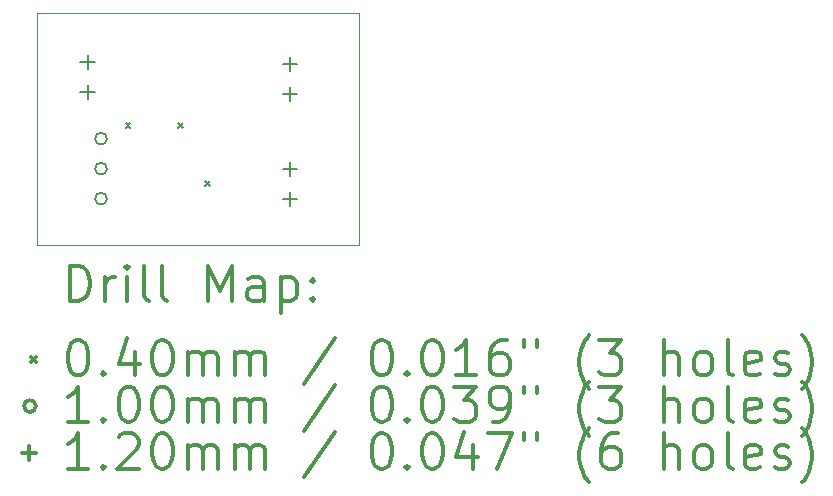
<source format=gbr>
%FSLAX45Y45*%
G04 Gerber Fmt 4.5, Leading zero omitted, Abs format (unit mm)*
G04 Created by KiCad (PCBNEW (5.1.0)-1) date 2019-06-17 22:32:15*
%MOMM*%
%LPD*%
G04 APERTURE LIST*
%ADD10C,0.120000*%
%ADD11C,0.200000*%
%ADD12C,0.300000*%
G04 APERTURE END LIST*
D10*
X2578100Y-5829300D02*
X2578100Y-3860800D01*
X5308600Y-5829300D02*
X2578100Y-5829300D01*
X5308600Y-3860800D02*
X5308600Y-5829300D01*
X2578100Y-3860800D02*
X5308600Y-3860800D01*
D11*
X3332800Y-4793300D02*
X3372800Y-4833300D01*
X3372800Y-4793300D02*
X3332800Y-4833300D01*
X3777300Y-4793300D02*
X3817300Y-4833300D01*
X3817300Y-4793300D02*
X3777300Y-4833300D01*
X4005900Y-5288600D02*
X4045900Y-5328600D01*
X4045900Y-5288600D02*
X4005900Y-5328600D01*
X3174200Y-4927600D02*
G75*
G03X3174200Y-4927600I-50000J0D01*
G01*
X3174200Y-5181600D02*
G75*
G03X3174200Y-5181600I-50000J0D01*
G01*
X3174200Y-5435600D02*
G75*
G03X3174200Y-5435600I-50000J0D01*
G01*
X3009900Y-4219900D02*
X3009900Y-4339900D01*
X2949900Y-4279900D02*
X3069900Y-4279900D01*
X3009900Y-4473900D02*
X3009900Y-4593900D01*
X2949900Y-4533900D02*
X3069900Y-4533900D01*
X4724400Y-5121600D02*
X4724400Y-5241600D01*
X4664400Y-5181600D02*
X4784400Y-5181600D01*
X4724400Y-5375600D02*
X4724400Y-5495600D01*
X4664400Y-5435600D02*
X4784400Y-5435600D01*
X4724400Y-4232600D02*
X4724400Y-4352600D01*
X4664400Y-4292600D02*
X4784400Y-4292600D01*
X4724400Y-4486600D02*
X4724400Y-4606600D01*
X4664400Y-4546600D02*
X4784400Y-4546600D01*
D12*
X2858528Y-6301014D02*
X2858528Y-6001014D01*
X2929957Y-6001014D01*
X2972814Y-6015300D01*
X3001386Y-6043871D01*
X3015671Y-6072443D01*
X3029957Y-6129586D01*
X3029957Y-6172443D01*
X3015671Y-6229586D01*
X3001386Y-6258157D01*
X2972814Y-6286729D01*
X2929957Y-6301014D01*
X2858528Y-6301014D01*
X3158528Y-6301014D02*
X3158528Y-6101014D01*
X3158528Y-6158157D02*
X3172814Y-6129586D01*
X3187100Y-6115300D01*
X3215671Y-6101014D01*
X3244243Y-6101014D01*
X3344243Y-6301014D02*
X3344243Y-6101014D01*
X3344243Y-6001014D02*
X3329957Y-6015300D01*
X3344243Y-6029586D01*
X3358528Y-6015300D01*
X3344243Y-6001014D01*
X3344243Y-6029586D01*
X3529957Y-6301014D02*
X3501386Y-6286729D01*
X3487100Y-6258157D01*
X3487100Y-6001014D01*
X3687100Y-6301014D02*
X3658528Y-6286729D01*
X3644243Y-6258157D01*
X3644243Y-6001014D01*
X4029957Y-6301014D02*
X4029957Y-6001014D01*
X4129957Y-6215300D01*
X4229957Y-6001014D01*
X4229957Y-6301014D01*
X4501386Y-6301014D02*
X4501386Y-6143871D01*
X4487100Y-6115300D01*
X4458528Y-6101014D01*
X4401386Y-6101014D01*
X4372814Y-6115300D01*
X4501386Y-6286729D02*
X4472814Y-6301014D01*
X4401386Y-6301014D01*
X4372814Y-6286729D01*
X4358528Y-6258157D01*
X4358528Y-6229586D01*
X4372814Y-6201014D01*
X4401386Y-6186729D01*
X4472814Y-6186729D01*
X4501386Y-6172443D01*
X4644243Y-6101014D02*
X4644243Y-6401014D01*
X4644243Y-6115300D02*
X4672814Y-6101014D01*
X4729957Y-6101014D01*
X4758528Y-6115300D01*
X4772814Y-6129586D01*
X4787100Y-6158157D01*
X4787100Y-6243871D01*
X4772814Y-6272443D01*
X4758528Y-6286729D01*
X4729957Y-6301014D01*
X4672814Y-6301014D01*
X4644243Y-6286729D01*
X4915671Y-6272443D02*
X4929957Y-6286729D01*
X4915671Y-6301014D01*
X4901386Y-6286729D01*
X4915671Y-6272443D01*
X4915671Y-6301014D01*
X4915671Y-6115300D02*
X4929957Y-6129586D01*
X4915671Y-6143871D01*
X4901386Y-6129586D01*
X4915671Y-6115300D01*
X4915671Y-6143871D01*
X2532100Y-6775300D02*
X2572100Y-6815300D01*
X2572100Y-6775300D02*
X2532100Y-6815300D01*
X2915671Y-6631014D02*
X2944243Y-6631014D01*
X2972814Y-6645300D01*
X2987100Y-6659586D01*
X3001386Y-6688157D01*
X3015671Y-6745300D01*
X3015671Y-6816729D01*
X3001386Y-6873871D01*
X2987100Y-6902443D01*
X2972814Y-6916729D01*
X2944243Y-6931014D01*
X2915671Y-6931014D01*
X2887100Y-6916729D01*
X2872814Y-6902443D01*
X2858528Y-6873871D01*
X2844243Y-6816729D01*
X2844243Y-6745300D01*
X2858528Y-6688157D01*
X2872814Y-6659586D01*
X2887100Y-6645300D01*
X2915671Y-6631014D01*
X3144243Y-6902443D02*
X3158528Y-6916729D01*
X3144243Y-6931014D01*
X3129957Y-6916729D01*
X3144243Y-6902443D01*
X3144243Y-6931014D01*
X3415671Y-6731014D02*
X3415671Y-6931014D01*
X3344243Y-6616729D02*
X3272814Y-6831014D01*
X3458528Y-6831014D01*
X3629957Y-6631014D02*
X3658528Y-6631014D01*
X3687100Y-6645300D01*
X3701386Y-6659586D01*
X3715671Y-6688157D01*
X3729957Y-6745300D01*
X3729957Y-6816729D01*
X3715671Y-6873871D01*
X3701386Y-6902443D01*
X3687100Y-6916729D01*
X3658528Y-6931014D01*
X3629957Y-6931014D01*
X3601386Y-6916729D01*
X3587100Y-6902443D01*
X3572814Y-6873871D01*
X3558528Y-6816729D01*
X3558528Y-6745300D01*
X3572814Y-6688157D01*
X3587100Y-6659586D01*
X3601386Y-6645300D01*
X3629957Y-6631014D01*
X3858528Y-6931014D02*
X3858528Y-6731014D01*
X3858528Y-6759586D02*
X3872814Y-6745300D01*
X3901386Y-6731014D01*
X3944243Y-6731014D01*
X3972814Y-6745300D01*
X3987100Y-6773871D01*
X3987100Y-6931014D01*
X3987100Y-6773871D02*
X4001386Y-6745300D01*
X4029957Y-6731014D01*
X4072814Y-6731014D01*
X4101386Y-6745300D01*
X4115671Y-6773871D01*
X4115671Y-6931014D01*
X4258528Y-6931014D02*
X4258528Y-6731014D01*
X4258528Y-6759586D02*
X4272814Y-6745300D01*
X4301386Y-6731014D01*
X4344243Y-6731014D01*
X4372814Y-6745300D01*
X4387100Y-6773871D01*
X4387100Y-6931014D01*
X4387100Y-6773871D02*
X4401386Y-6745300D01*
X4429957Y-6731014D01*
X4472814Y-6731014D01*
X4501386Y-6745300D01*
X4515671Y-6773871D01*
X4515671Y-6931014D01*
X5101386Y-6616729D02*
X4844243Y-7002443D01*
X5487100Y-6631014D02*
X5515671Y-6631014D01*
X5544243Y-6645300D01*
X5558528Y-6659586D01*
X5572814Y-6688157D01*
X5587100Y-6745300D01*
X5587100Y-6816729D01*
X5572814Y-6873871D01*
X5558528Y-6902443D01*
X5544243Y-6916729D01*
X5515671Y-6931014D01*
X5487100Y-6931014D01*
X5458528Y-6916729D01*
X5444243Y-6902443D01*
X5429957Y-6873871D01*
X5415671Y-6816729D01*
X5415671Y-6745300D01*
X5429957Y-6688157D01*
X5444243Y-6659586D01*
X5458528Y-6645300D01*
X5487100Y-6631014D01*
X5715671Y-6902443D02*
X5729957Y-6916729D01*
X5715671Y-6931014D01*
X5701386Y-6916729D01*
X5715671Y-6902443D01*
X5715671Y-6931014D01*
X5915671Y-6631014D02*
X5944243Y-6631014D01*
X5972814Y-6645300D01*
X5987100Y-6659586D01*
X6001386Y-6688157D01*
X6015671Y-6745300D01*
X6015671Y-6816729D01*
X6001386Y-6873871D01*
X5987100Y-6902443D01*
X5972814Y-6916729D01*
X5944243Y-6931014D01*
X5915671Y-6931014D01*
X5887100Y-6916729D01*
X5872814Y-6902443D01*
X5858528Y-6873871D01*
X5844243Y-6816729D01*
X5844243Y-6745300D01*
X5858528Y-6688157D01*
X5872814Y-6659586D01*
X5887100Y-6645300D01*
X5915671Y-6631014D01*
X6301386Y-6931014D02*
X6129957Y-6931014D01*
X6215671Y-6931014D02*
X6215671Y-6631014D01*
X6187100Y-6673871D01*
X6158528Y-6702443D01*
X6129957Y-6716729D01*
X6558528Y-6631014D02*
X6501386Y-6631014D01*
X6472814Y-6645300D01*
X6458528Y-6659586D01*
X6429957Y-6702443D01*
X6415671Y-6759586D01*
X6415671Y-6873871D01*
X6429957Y-6902443D01*
X6444243Y-6916729D01*
X6472814Y-6931014D01*
X6529957Y-6931014D01*
X6558528Y-6916729D01*
X6572814Y-6902443D01*
X6587100Y-6873871D01*
X6587100Y-6802443D01*
X6572814Y-6773871D01*
X6558528Y-6759586D01*
X6529957Y-6745300D01*
X6472814Y-6745300D01*
X6444243Y-6759586D01*
X6429957Y-6773871D01*
X6415671Y-6802443D01*
X6701386Y-6631014D02*
X6701386Y-6688157D01*
X6815671Y-6631014D02*
X6815671Y-6688157D01*
X7258528Y-7045300D02*
X7244243Y-7031014D01*
X7215671Y-6988157D01*
X7201386Y-6959586D01*
X7187100Y-6916729D01*
X7172814Y-6845300D01*
X7172814Y-6788157D01*
X7187100Y-6716729D01*
X7201386Y-6673871D01*
X7215671Y-6645300D01*
X7244243Y-6602443D01*
X7258528Y-6588157D01*
X7344243Y-6631014D02*
X7529957Y-6631014D01*
X7429957Y-6745300D01*
X7472814Y-6745300D01*
X7501386Y-6759586D01*
X7515671Y-6773871D01*
X7529957Y-6802443D01*
X7529957Y-6873871D01*
X7515671Y-6902443D01*
X7501386Y-6916729D01*
X7472814Y-6931014D01*
X7387100Y-6931014D01*
X7358528Y-6916729D01*
X7344243Y-6902443D01*
X7887100Y-6931014D02*
X7887100Y-6631014D01*
X8015671Y-6931014D02*
X8015671Y-6773871D01*
X8001386Y-6745300D01*
X7972814Y-6731014D01*
X7929957Y-6731014D01*
X7901386Y-6745300D01*
X7887100Y-6759586D01*
X8201386Y-6931014D02*
X8172814Y-6916729D01*
X8158528Y-6902443D01*
X8144243Y-6873871D01*
X8144243Y-6788157D01*
X8158528Y-6759586D01*
X8172814Y-6745300D01*
X8201386Y-6731014D01*
X8244243Y-6731014D01*
X8272814Y-6745300D01*
X8287100Y-6759586D01*
X8301386Y-6788157D01*
X8301386Y-6873871D01*
X8287100Y-6902443D01*
X8272814Y-6916729D01*
X8244243Y-6931014D01*
X8201386Y-6931014D01*
X8472814Y-6931014D02*
X8444243Y-6916729D01*
X8429957Y-6888157D01*
X8429957Y-6631014D01*
X8701386Y-6916729D02*
X8672814Y-6931014D01*
X8615671Y-6931014D01*
X8587100Y-6916729D01*
X8572814Y-6888157D01*
X8572814Y-6773871D01*
X8587100Y-6745300D01*
X8615671Y-6731014D01*
X8672814Y-6731014D01*
X8701386Y-6745300D01*
X8715671Y-6773871D01*
X8715671Y-6802443D01*
X8572814Y-6831014D01*
X8829957Y-6916729D02*
X8858528Y-6931014D01*
X8915671Y-6931014D01*
X8944243Y-6916729D01*
X8958528Y-6888157D01*
X8958528Y-6873871D01*
X8944243Y-6845300D01*
X8915671Y-6831014D01*
X8872814Y-6831014D01*
X8844243Y-6816729D01*
X8829957Y-6788157D01*
X8829957Y-6773871D01*
X8844243Y-6745300D01*
X8872814Y-6731014D01*
X8915671Y-6731014D01*
X8944243Y-6745300D01*
X9058528Y-7045300D02*
X9072814Y-7031014D01*
X9101386Y-6988157D01*
X9115671Y-6959586D01*
X9129957Y-6916729D01*
X9144243Y-6845300D01*
X9144243Y-6788157D01*
X9129957Y-6716729D01*
X9115671Y-6673871D01*
X9101386Y-6645300D01*
X9072814Y-6602443D01*
X9058528Y-6588157D01*
X2572100Y-7191300D02*
G75*
G03X2572100Y-7191300I-50000J0D01*
G01*
X3015671Y-7327014D02*
X2844243Y-7327014D01*
X2929957Y-7327014D02*
X2929957Y-7027014D01*
X2901386Y-7069871D01*
X2872814Y-7098443D01*
X2844243Y-7112729D01*
X3144243Y-7298443D02*
X3158528Y-7312729D01*
X3144243Y-7327014D01*
X3129957Y-7312729D01*
X3144243Y-7298443D01*
X3144243Y-7327014D01*
X3344243Y-7027014D02*
X3372814Y-7027014D01*
X3401386Y-7041300D01*
X3415671Y-7055586D01*
X3429957Y-7084157D01*
X3444243Y-7141300D01*
X3444243Y-7212729D01*
X3429957Y-7269871D01*
X3415671Y-7298443D01*
X3401386Y-7312729D01*
X3372814Y-7327014D01*
X3344243Y-7327014D01*
X3315671Y-7312729D01*
X3301386Y-7298443D01*
X3287100Y-7269871D01*
X3272814Y-7212729D01*
X3272814Y-7141300D01*
X3287100Y-7084157D01*
X3301386Y-7055586D01*
X3315671Y-7041300D01*
X3344243Y-7027014D01*
X3629957Y-7027014D02*
X3658528Y-7027014D01*
X3687100Y-7041300D01*
X3701386Y-7055586D01*
X3715671Y-7084157D01*
X3729957Y-7141300D01*
X3729957Y-7212729D01*
X3715671Y-7269871D01*
X3701386Y-7298443D01*
X3687100Y-7312729D01*
X3658528Y-7327014D01*
X3629957Y-7327014D01*
X3601386Y-7312729D01*
X3587100Y-7298443D01*
X3572814Y-7269871D01*
X3558528Y-7212729D01*
X3558528Y-7141300D01*
X3572814Y-7084157D01*
X3587100Y-7055586D01*
X3601386Y-7041300D01*
X3629957Y-7027014D01*
X3858528Y-7327014D02*
X3858528Y-7127014D01*
X3858528Y-7155586D02*
X3872814Y-7141300D01*
X3901386Y-7127014D01*
X3944243Y-7127014D01*
X3972814Y-7141300D01*
X3987100Y-7169871D01*
X3987100Y-7327014D01*
X3987100Y-7169871D02*
X4001386Y-7141300D01*
X4029957Y-7127014D01*
X4072814Y-7127014D01*
X4101386Y-7141300D01*
X4115671Y-7169871D01*
X4115671Y-7327014D01*
X4258528Y-7327014D02*
X4258528Y-7127014D01*
X4258528Y-7155586D02*
X4272814Y-7141300D01*
X4301386Y-7127014D01*
X4344243Y-7127014D01*
X4372814Y-7141300D01*
X4387100Y-7169871D01*
X4387100Y-7327014D01*
X4387100Y-7169871D02*
X4401386Y-7141300D01*
X4429957Y-7127014D01*
X4472814Y-7127014D01*
X4501386Y-7141300D01*
X4515671Y-7169871D01*
X4515671Y-7327014D01*
X5101386Y-7012729D02*
X4844243Y-7398443D01*
X5487100Y-7027014D02*
X5515671Y-7027014D01*
X5544243Y-7041300D01*
X5558528Y-7055586D01*
X5572814Y-7084157D01*
X5587100Y-7141300D01*
X5587100Y-7212729D01*
X5572814Y-7269871D01*
X5558528Y-7298443D01*
X5544243Y-7312729D01*
X5515671Y-7327014D01*
X5487100Y-7327014D01*
X5458528Y-7312729D01*
X5444243Y-7298443D01*
X5429957Y-7269871D01*
X5415671Y-7212729D01*
X5415671Y-7141300D01*
X5429957Y-7084157D01*
X5444243Y-7055586D01*
X5458528Y-7041300D01*
X5487100Y-7027014D01*
X5715671Y-7298443D02*
X5729957Y-7312729D01*
X5715671Y-7327014D01*
X5701386Y-7312729D01*
X5715671Y-7298443D01*
X5715671Y-7327014D01*
X5915671Y-7027014D02*
X5944243Y-7027014D01*
X5972814Y-7041300D01*
X5987100Y-7055586D01*
X6001386Y-7084157D01*
X6015671Y-7141300D01*
X6015671Y-7212729D01*
X6001386Y-7269871D01*
X5987100Y-7298443D01*
X5972814Y-7312729D01*
X5944243Y-7327014D01*
X5915671Y-7327014D01*
X5887100Y-7312729D01*
X5872814Y-7298443D01*
X5858528Y-7269871D01*
X5844243Y-7212729D01*
X5844243Y-7141300D01*
X5858528Y-7084157D01*
X5872814Y-7055586D01*
X5887100Y-7041300D01*
X5915671Y-7027014D01*
X6115671Y-7027014D02*
X6301386Y-7027014D01*
X6201386Y-7141300D01*
X6244243Y-7141300D01*
X6272814Y-7155586D01*
X6287100Y-7169871D01*
X6301386Y-7198443D01*
X6301386Y-7269871D01*
X6287100Y-7298443D01*
X6272814Y-7312729D01*
X6244243Y-7327014D01*
X6158528Y-7327014D01*
X6129957Y-7312729D01*
X6115671Y-7298443D01*
X6444243Y-7327014D02*
X6501386Y-7327014D01*
X6529957Y-7312729D01*
X6544243Y-7298443D01*
X6572814Y-7255586D01*
X6587100Y-7198443D01*
X6587100Y-7084157D01*
X6572814Y-7055586D01*
X6558528Y-7041300D01*
X6529957Y-7027014D01*
X6472814Y-7027014D01*
X6444243Y-7041300D01*
X6429957Y-7055586D01*
X6415671Y-7084157D01*
X6415671Y-7155586D01*
X6429957Y-7184157D01*
X6444243Y-7198443D01*
X6472814Y-7212729D01*
X6529957Y-7212729D01*
X6558528Y-7198443D01*
X6572814Y-7184157D01*
X6587100Y-7155586D01*
X6701386Y-7027014D02*
X6701386Y-7084157D01*
X6815671Y-7027014D02*
X6815671Y-7084157D01*
X7258528Y-7441300D02*
X7244243Y-7427014D01*
X7215671Y-7384157D01*
X7201386Y-7355586D01*
X7187100Y-7312729D01*
X7172814Y-7241300D01*
X7172814Y-7184157D01*
X7187100Y-7112729D01*
X7201386Y-7069871D01*
X7215671Y-7041300D01*
X7244243Y-6998443D01*
X7258528Y-6984157D01*
X7344243Y-7027014D02*
X7529957Y-7027014D01*
X7429957Y-7141300D01*
X7472814Y-7141300D01*
X7501386Y-7155586D01*
X7515671Y-7169871D01*
X7529957Y-7198443D01*
X7529957Y-7269871D01*
X7515671Y-7298443D01*
X7501386Y-7312729D01*
X7472814Y-7327014D01*
X7387100Y-7327014D01*
X7358528Y-7312729D01*
X7344243Y-7298443D01*
X7887100Y-7327014D02*
X7887100Y-7027014D01*
X8015671Y-7327014D02*
X8015671Y-7169871D01*
X8001386Y-7141300D01*
X7972814Y-7127014D01*
X7929957Y-7127014D01*
X7901386Y-7141300D01*
X7887100Y-7155586D01*
X8201386Y-7327014D02*
X8172814Y-7312729D01*
X8158528Y-7298443D01*
X8144243Y-7269871D01*
X8144243Y-7184157D01*
X8158528Y-7155586D01*
X8172814Y-7141300D01*
X8201386Y-7127014D01*
X8244243Y-7127014D01*
X8272814Y-7141300D01*
X8287100Y-7155586D01*
X8301386Y-7184157D01*
X8301386Y-7269871D01*
X8287100Y-7298443D01*
X8272814Y-7312729D01*
X8244243Y-7327014D01*
X8201386Y-7327014D01*
X8472814Y-7327014D02*
X8444243Y-7312729D01*
X8429957Y-7284157D01*
X8429957Y-7027014D01*
X8701386Y-7312729D02*
X8672814Y-7327014D01*
X8615671Y-7327014D01*
X8587100Y-7312729D01*
X8572814Y-7284157D01*
X8572814Y-7169871D01*
X8587100Y-7141300D01*
X8615671Y-7127014D01*
X8672814Y-7127014D01*
X8701386Y-7141300D01*
X8715671Y-7169871D01*
X8715671Y-7198443D01*
X8572814Y-7227014D01*
X8829957Y-7312729D02*
X8858528Y-7327014D01*
X8915671Y-7327014D01*
X8944243Y-7312729D01*
X8958528Y-7284157D01*
X8958528Y-7269871D01*
X8944243Y-7241300D01*
X8915671Y-7227014D01*
X8872814Y-7227014D01*
X8844243Y-7212729D01*
X8829957Y-7184157D01*
X8829957Y-7169871D01*
X8844243Y-7141300D01*
X8872814Y-7127014D01*
X8915671Y-7127014D01*
X8944243Y-7141300D01*
X9058528Y-7441300D02*
X9072814Y-7427014D01*
X9101386Y-7384157D01*
X9115671Y-7355586D01*
X9129957Y-7312729D01*
X9144243Y-7241300D01*
X9144243Y-7184157D01*
X9129957Y-7112729D01*
X9115671Y-7069871D01*
X9101386Y-7041300D01*
X9072814Y-6998443D01*
X9058528Y-6984157D01*
X2512100Y-7527300D02*
X2512100Y-7647300D01*
X2452100Y-7587300D02*
X2572100Y-7587300D01*
X3015671Y-7723014D02*
X2844243Y-7723014D01*
X2929957Y-7723014D02*
X2929957Y-7423014D01*
X2901386Y-7465871D01*
X2872814Y-7494443D01*
X2844243Y-7508729D01*
X3144243Y-7694443D02*
X3158528Y-7708729D01*
X3144243Y-7723014D01*
X3129957Y-7708729D01*
X3144243Y-7694443D01*
X3144243Y-7723014D01*
X3272814Y-7451586D02*
X3287100Y-7437300D01*
X3315671Y-7423014D01*
X3387100Y-7423014D01*
X3415671Y-7437300D01*
X3429957Y-7451586D01*
X3444243Y-7480157D01*
X3444243Y-7508729D01*
X3429957Y-7551586D01*
X3258528Y-7723014D01*
X3444243Y-7723014D01*
X3629957Y-7423014D02*
X3658528Y-7423014D01*
X3687100Y-7437300D01*
X3701386Y-7451586D01*
X3715671Y-7480157D01*
X3729957Y-7537300D01*
X3729957Y-7608729D01*
X3715671Y-7665871D01*
X3701386Y-7694443D01*
X3687100Y-7708729D01*
X3658528Y-7723014D01*
X3629957Y-7723014D01*
X3601386Y-7708729D01*
X3587100Y-7694443D01*
X3572814Y-7665871D01*
X3558528Y-7608729D01*
X3558528Y-7537300D01*
X3572814Y-7480157D01*
X3587100Y-7451586D01*
X3601386Y-7437300D01*
X3629957Y-7423014D01*
X3858528Y-7723014D02*
X3858528Y-7523014D01*
X3858528Y-7551586D02*
X3872814Y-7537300D01*
X3901386Y-7523014D01*
X3944243Y-7523014D01*
X3972814Y-7537300D01*
X3987100Y-7565871D01*
X3987100Y-7723014D01*
X3987100Y-7565871D02*
X4001386Y-7537300D01*
X4029957Y-7523014D01*
X4072814Y-7523014D01*
X4101386Y-7537300D01*
X4115671Y-7565871D01*
X4115671Y-7723014D01*
X4258528Y-7723014D02*
X4258528Y-7523014D01*
X4258528Y-7551586D02*
X4272814Y-7537300D01*
X4301386Y-7523014D01*
X4344243Y-7523014D01*
X4372814Y-7537300D01*
X4387100Y-7565871D01*
X4387100Y-7723014D01*
X4387100Y-7565871D02*
X4401386Y-7537300D01*
X4429957Y-7523014D01*
X4472814Y-7523014D01*
X4501386Y-7537300D01*
X4515671Y-7565871D01*
X4515671Y-7723014D01*
X5101386Y-7408729D02*
X4844243Y-7794443D01*
X5487100Y-7423014D02*
X5515671Y-7423014D01*
X5544243Y-7437300D01*
X5558528Y-7451586D01*
X5572814Y-7480157D01*
X5587100Y-7537300D01*
X5587100Y-7608729D01*
X5572814Y-7665871D01*
X5558528Y-7694443D01*
X5544243Y-7708729D01*
X5515671Y-7723014D01*
X5487100Y-7723014D01*
X5458528Y-7708729D01*
X5444243Y-7694443D01*
X5429957Y-7665871D01*
X5415671Y-7608729D01*
X5415671Y-7537300D01*
X5429957Y-7480157D01*
X5444243Y-7451586D01*
X5458528Y-7437300D01*
X5487100Y-7423014D01*
X5715671Y-7694443D02*
X5729957Y-7708729D01*
X5715671Y-7723014D01*
X5701386Y-7708729D01*
X5715671Y-7694443D01*
X5715671Y-7723014D01*
X5915671Y-7423014D02*
X5944243Y-7423014D01*
X5972814Y-7437300D01*
X5987100Y-7451586D01*
X6001386Y-7480157D01*
X6015671Y-7537300D01*
X6015671Y-7608729D01*
X6001386Y-7665871D01*
X5987100Y-7694443D01*
X5972814Y-7708729D01*
X5944243Y-7723014D01*
X5915671Y-7723014D01*
X5887100Y-7708729D01*
X5872814Y-7694443D01*
X5858528Y-7665871D01*
X5844243Y-7608729D01*
X5844243Y-7537300D01*
X5858528Y-7480157D01*
X5872814Y-7451586D01*
X5887100Y-7437300D01*
X5915671Y-7423014D01*
X6272814Y-7523014D02*
X6272814Y-7723014D01*
X6201386Y-7408729D02*
X6129957Y-7623014D01*
X6315671Y-7623014D01*
X6401386Y-7423014D02*
X6601386Y-7423014D01*
X6472814Y-7723014D01*
X6701386Y-7423014D02*
X6701386Y-7480157D01*
X6815671Y-7423014D02*
X6815671Y-7480157D01*
X7258528Y-7837300D02*
X7244243Y-7823014D01*
X7215671Y-7780157D01*
X7201386Y-7751586D01*
X7187100Y-7708729D01*
X7172814Y-7637300D01*
X7172814Y-7580157D01*
X7187100Y-7508729D01*
X7201386Y-7465871D01*
X7215671Y-7437300D01*
X7244243Y-7394443D01*
X7258528Y-7380157D01*
X7501386Y-7423014D02*
X7444243Y-7423014D01*
X7415671Y-7437300D01*
X7401386Y-7451586D01*
X7372814Y-7494443D01*
X7358528Y-7551586D01*
X7358528Y-7665871D01*
X7372814Y-7694443D01*
X7387100Y-7708729D01*
X7415671Y-7723014D01*
X7472814Y-7723014D01*
X7501386Y-7708729D01*
X7515671Y-7694443D01*
X7529957Y-7665871D01*
X7529957Y-7594443D01*
X7515671Y-7565871D01*
X7501386Y-7551586D01*
X7472814Y-7537300D01*
X7415671Y-7537300D01*
X7387100Y-7551586D01*
X7372814Y-7565871D01*
X7358528Y-7594443D01*
X7887100Y-7723014D02*
X7887100Y-7423014D01*
X8015671Y-7723014D02*
X8015671Y-7565871D01*
X8001386Y-7537300D01*
X7972814Y-7523014D01*
X7929957Y-7523014D01*
X7901386Y-7537300D01*
X7887100Y-7551586D01*
X8201386Y-7723014D02*
X8172814Y-7708729D01*
X8158528Y-7694443D01*
X8144243Y-7665871D01*
X8144243Y-7580157D01*
X8158528Y-7551586D01*
X8172814Y-7537300D01*
X8201386Y-7523014D01*
X8244243Y-7523014D01*
X8272814Y-7537300D01*
X8287100Y-7551586D01*
X8301386Y-7580157D01*
X8301386Y-7665871D01*
X8287100Y-7694443D01*
X8272814Y-7708729D01*
X8244243Y-7723014D01*
X8201386Y-7723014D01*
X8472814Y-7723014D02*
X8444243Y-7708729D01*
X8429957Y-7680157D01*
X8429957Y-7423014D01*
X8701386Y-7708729D02*
X8672814Y-7723014D01*
X8615671Y-7723014D01*
X8587100Y-7708729D01*
X8572814Y-7680157D01*
X8572814Y-7565871D01*
X8587100Y-7537300D01*
X8615671Y-7523014D01*
X8672814Y-7523014D01*
X8701386Y-7537300D01*
X8715671Y-7565871D01*
X8715671Y-7594443D01*
X8572814Y-7623014D01*
X8829957Y-7708729D02*
X8858528Y-7723014D01*
X8915671Y-7723014D01*
X8944243Y-7708729D01*
X8958528Y-7680157D01*
X8958528Y-7665871D01*
X8944243Y-7637300D01*
X8915671Y-7623014D01*
X8872814Y-7623014D01*
X8844243Y-7608729D01*
X8829957Y-7580157D01*
X8829957Y-7565871D01*
X8844243Y-7537300D01*
X8872814Y-7523014D01*
X8915671Y-7523014D01*
X8944243Y-7537300D01*
X9058528Y-7837300D02*
X9072814Y-7823014D01*
X9101386Y-7780157D01*
X9115671Y-7751586D01*
X9129957Y-7708729D01*
X9144243Y-7637300D01*
X9144243Y-7580157D01*
X9129957Y-7508729D01*
X9115671Y-7465871D01*
X9101386Y-7437300D01*
X9072814Y-7394443D01*
X9058528Y-7380157D01*
M02*

</source>
